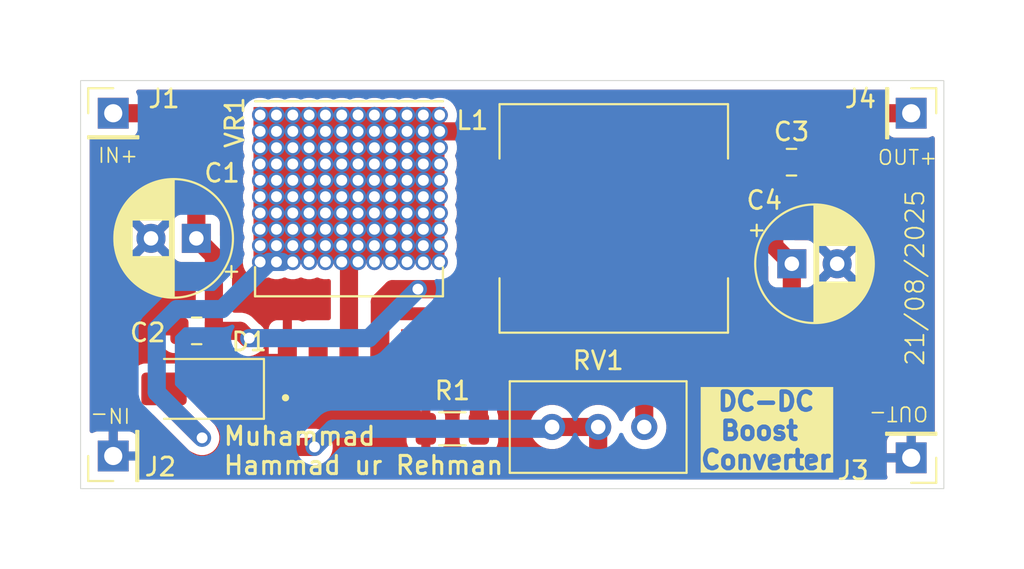
<source format=kicad_pcb>
(kicad_pcb (version 20241229) (generator "pcbnew") (generator_version "9.0")
  (layers (0 "F.Cu" signal) (2 "B.Cu" signal) (13 "F.Paste" user) (15 "B.Paste" user) (5 "F.SilkS" user "F.Silkscreen") (7 "B.SilkS" user "B.Silkscreen") (1 "F.Mask" user) (3 "B.Mask" user) (25 "Edge.Cuts" user))
  (net 0 "")
  (net 1 "GND")
  (net 2 "Net-(J1-Pin_1)")
  (net 3 "Net-(D1-K)")
  (net 4 "Net-(D1-A)")
  (net 5 "Net-(VR1-FB)")
  (footprint "Connector_PinHeader_2.54mm:PinHeader_1x01_P2.54mm_Vertical" (layer "F.Cu") (at 181.1 75.2 -90)
    (property "Reference" "J4" (at -0.8 2.8 0) (layer "F.SilkS"))
    (property "Value" "Conn_01x01_Pin")
    (fp_line (start -1.38 1.38) (end 1.38 1.38) (stroke (width 0.12)) (layer "F.SilkS"))
    (fp_line (start -1.38 1.27) (end -1.38 1.38) (stroke (width 0.12)) (layer "F.SilkS"))
    (fp_line (start -1.38 1.27) (end 1.38 1.27) (stroke (width 0.12)) (layer "F.SilkS"))
    (fp_line (start 1.38 1.27) (end 1.38 1.38) (stroke (width 0.12)) (layer "F.SilkS"))
    (fp_line (start -1.38 0) (end -1.38 -1.38) (stroke (width 0.12)) (layer "F.SilkS"))
    (fp_line (start -1.38 -1.38) (end 0 -1.38) (stroke (width 0.12)) (layer "F.SilkS"))
    (pad "1" thru_hole rect (at 0 0 270) (size 1.7 1.7) (drill 1) (layers "*.Cu" "*.Mask") (net 3 "Net-(D1-K)"))
  )
  (footprint "Inductor_SMD:L_12x12mm_H8mm" (layer "F.Cu") (at 164.7 81)
    (property "Reference" "L1" (at -7.8 -5.4 0) (layer "F.SilkS"))
    (property "Value" "33uH")
    (fp_line (start -6.3 -6.3) (end 6.3 -6.3) (stroke (width 0.12)) (layer "F.SilkS"))
    (fp_line (start -6.3 -3.3) (end -6.3 -6.3) (stroke (width 0.12)) (layer "F.SilkS"))
    (fp_line (start -6.3 6.3) (end -6.3 3.3) (stroke (width 0.12)) (layer "F.SilkS"))
    (fp_line (start 6.3 -6.3) (end 6.3 -3.3) (stroke (width 0.12)) (layer "F.SilkS"))
    (fp_line (start 6.3 3.3) (end 6.3 6.3) (stroke (width 0.12)) (layer "F.SilkS"))
    (fp_line (start 6.3 6.3) (end -6.3 6.3) (stroke (width 0.12)) (layer "F.SilkS"))
    (pad "1" smd rect (at -4.95 0) (size 2.9 5.4) (layers "F.Cu" "F.Mask" "F.Paste") (net 2 "Net-(J1-Pin_1)"))
    (pad "2" smd rect (at 4.95 0) (size 2.9 5.4) (layers "F.Cu" "F.Mask" "F.Paste") (net 4 "Net-(D1-A)"))
  )
  (footprint "XL6009:DPAK170P1435X465-6N" (layer "F.Cu") (at 150.1 82.5885 90)
    (property "Reference" "VR1" (at 6.8885 -6.3 90) (layer "F.SilkS"))
    (property "Value" "XL6009")
    (fp_line (start 8.05 -5.18) (end 8.05 5.18) (stroke (width 0.127)) (layer "F.SilkS"))
    (fp_line (start -1.1 -5.18) (end -2.705 -5.18) (stroke (width 0.127)) (layer "F.SilkS"))
    (fp_line (start -2.705 -5.18) (end -2.705 5.18) (stroke (width 0.127)) (layer "F.SilkS"))
    (fp_line (start -1.1 5.18) (end -2.705 5.18) (stroke (width 0.127)) (layer "F.SilkS"))
    (fp_circle (center -8.3 -3.5) (end -8.2 -3.5) (stroke (width 0.2)) (fill no) (layer "F.SilkS"))
    (pad "1" smd rect (at -6.13 -3.4 90) (size 3.21 1.05) (layers "F.Cu" "F.Mask" "F.Paste") (net 1 "GND"))
    (pad "2" smd rect (at -6.13 -1.7 90) (size 3.21 1.05) (layers "F.Cu" "F.Mask" "F.Paste"))
    (pad "3" smd rect (at -6.13 0 90) (size 3.21 1.05) (layers "F.Cu" "F.Mask" "F.Paste") (net 4 "Net-(D1-A)"))
    (pad "4" smd rect (at -6.13 1.7 90) (size 3.21 1.05) (layers "F.Cu" "F.Mask" "F.Paste") (net 2 "Net-(J1-Pin_1)"))
    (pad "5" smd rect (at -6.13 3.4 90) (size 3.21 1.05) (layers "F.Cu" "F.Mask" "F.Paste") (net 5 "Net-(VR1-FB)"))
    (pad "6" smd rect (at 3.5 0 90) (size 8.46 10.53) (layers "F.Cu" "F.Mask") (net 4 "Net-(D1-A)"))
  )
  (footprint "Resistor_SMD:R_1206_3216Metric" (layer "F.Cu") (at 155.8 92.6 180)
    (property "Reference" "R1" (at 0 2.1 0) (layer "F.SilkS"))
    (property "Value" "1k")
    (fp_line (start -0.727064 0.91) (end 0.727064 0.91) (stroke (width 0.12)) (layer "F.SilkS"))
    (fp_line (start -0.727064 -0.91) (end 0.727064 -0.91) (stroke (width 0.12)) (layer "F.SilkS"))
    (pad "1" smd roundrect (at -1.4625 0 180) (size 1.125 1.75) (layers "F.Cu" "F.Mask" "F.Paste") (roundrect_rratio 0.222222) (net 5 "Net-(VR1-FB)"))
    (pad "2" smd roundrect (at 1.4625 0 180) (size 1.125 1.75) (layers "F.Cu" "F.Mask" "F.Paste") (roundrect_rratio 0.222222) (net 1 "GND"))
  )
  (footprint "Connector_PinHeader_2.54mm:PinHeader_1x01_P2.54mm_Vertical" (layer "F.Cu") (at 137.1 94.1 90)
    (property "Reference" "J2" (at -0.6 2.6 180) (layer "F.SilkS"))
    (property "Value" "Conn_01x01_Pin")
    (fp_line (start -1.38 -1.38) (end 0 -1.38) (stroke (width 0.12)) (layer "F.SilkS"))
    (fp_line (start -1.38 0) (end -1.38 -1.38) (stroke (width 0.12)) (layer "F.SilkS"))
    (fp_line (start 1.38 1.27) (end 1.38 1.38) (stroke (width 0.12)) (layer "F.SilkS"))
    (fp_line (start -1.38 1.27) (end 1.38 1.27) (stroke (width 0.12)) (layer "F.SilkS"))
    (fp_line (start -1.38 1.27) (end -1.38 1.38) (stroke (width 0.12)) (layer "F.SilkS"))
    (fp_line (start -1.38 1.38) (end 1.38 1.38) (stroke (width 0.12)) (layer "F.SilkS"))
    (pad "1" thru_hole rect (at 0 0 90) (size 1.7 1.7) (drill 1) (layers "*.Cu" "*.Mask") (net 1 "GND"))
  )
  (footprint "Potentiometer_THT:Potentiometer_Bourns_3296W_Vertical" (layer "F.Cu") (at 166.38 92.5)
    (property "Reference" "RV1" (at -2.54 -3.66 0) (layer "F.SilkS"))
    (property "Value" "50k")
    (fp_line (start -7.415 -2.52) (end -7.415 2.53) (stroke (width 0.12)) (layer "F.SilkS"))
    (fp_line (start -7.415 -2.52) (end 2.335 -2.52) (stroke (width 0.12)) (layer "F.SilkS"))
    (fp_line (start -7.415 2.53) (end 2.335 2.53) (stroke (width 0.12)) (layer "F.SilkS"))
    (fp_line (start 2.335 -2.52) (end 2.335 2.53) (stroke (width 0.12)) (layer "F.SilkS"))
    (pad "1" thru_hole circle (at 0 0) (size 1.44 1.44) (drill 0.8) (layers "*.Cu" "*.Mask") (net 5 "Net-(VR1-FB)"))
    (pad "2" thru_hole circle (at -2.54 0) (size 1.44 1.44) (drill 0.8) (layers "*.Cu" "*.Mask") (net 3 "Net-(D1-K)"))
    (pad "3" thru_hole circle (at -5.08 0) (size 1.44 1.44) (drill 0.8) (layers "*.Cu" "*.Mask") (net 3 "Net-(D1-K)"))
  )
  (footprint "Capacitor_SMD:C_0805_2012Metric" (layer "F.Cu") (at 174.5 77.9)
    (property "Reference" "C3" (at 0 -1.68 0) (layer "F.SilkS"))
    (property "Value" "1uf")
    (fp_line (start -0.261252 -0.735) (end 0.261252 -0.735) (stroke (width 0.12)) (layer "F.SilkS"))
    (fp_line (start -0.261252 0.735) (end 0.261252 0.735) (stroke (width 0.12)) (layer "F.SilkS"))
    (pad "1" smd roundrect (at -0.95 0) (size 1 1.45) (layers "F.Cu" "F.Mask" "F.Paste") (net 3 "Net-(D1-K)"))
    (pad "2" smd roundrect (at 0.95 0) (size 1 1.45) (layers "F.Cu" "F.Mask" "F.Paste") (net 1 "GND"))
  )
  (footprint "Capacitor_SMD:C_0805_2012Metric" (layer "F.Cu") (at 141.7 87.2 180)
    (property "Reference" "C2" (at 2.7 -0.1 0) (layer "F.SilkS"))
    (property "Value" "1uf")
    (fp_line (start -0.261252 0.735) (end 0.261252 0.735) (stroke (width 0.12)) (layer "F.SilkS"))
    (fp_line (start -0.261252 -0.735) (end 0.261252 -0.735) (stroke (width 0.12)) (layer "F.SilkS"))
    (pad "1" smd roundrect (at -0.95 0 180) (size 1 1.45) (layers "F.Cu" "F.Mask" "F.Paste") (net 2 "Net-(J1-Pin_1)"))
    (pad "2" smd roundrect (at 0.95 0 180) (size 1 1.45) (layers "F.Cu" "F.Mask" "F.Paste") (net 1 "GND"))
  )
  (footprint "Diode_SMD:D_SMA" (layer "F.Cu") (at 141.9 90.4 180)
    (property "Reference" "D1" (at -2.7 2.6 0) (layer "F.SilkS"))
    (property "Value" "SS34")
    (fp_line (start -3.51 1.65) (end 2 1.65) (stroke (width 0.12)) (layer "F.SilkS"))
    (fp_line (start -3.51 -1.65) (end 2 -1.65) (stroke (width 0.12)) (layer "F.SilkS"))
    (fp_line (start -3.51 -1.65) (end -3.51 1.65) (stroke (width 0.12)) (layer "F.SilkS"))
    (pad "1" smd roundrect (at -2 0 180) (size 2.5 1.8) (layers "F.Cu" "F.Mask" "F.Paste") (roundrect_rratio 0.1388888889) (net 3 "Net-(D1-K)"))
    (pad "2" smd roundrect (at 2 0 180) (size 2.5 1.8) (layers "F.Cu" "F.Mask" "F.Paste") (roundrect_rratio 0.1388888889) (net 4 "Net-(D1-A)"))
  )
  (footprint "Capacitor_THT:CP_Radial_D6.3mm_P2.50mm" (layer "F.Cu") (at 141.68238 82.1 180)
    (property "Reference" "C1" (at -1.41762 3.6 0) (layer "F.SilkS"))
    (property "Value" "47uf/50V")
    (fp_line (start 4.49 -0.402) (end 4.49 0.402) (stroke (width 0.12)) (layer "F.SilkS"))
    (fp_line (start 4.45 -0.633) (end 4.45 0.633) (stroke (width 0.12)) (layer "F.SilkS"))
    (fp_line (start 4.41 -0.801) (end 4.41 0.801) (stroke (width 0.12)) (layer "F.SilkS"))
    (fp_line (start 4.37 -0.939) (end 4.37 0.939) (stroke (width 0.12)) (layer "F.SilkS"))
    (fp_line (start 4.33 -1.058) (end 4.33 1.058) (stroke (width 0.12)) (layer "F.SilkS"))
    (fp_line (start 4.29 -1.165) (end 4.29 1.165) (stroke (width 0.12)) (layer "F.SilkS"))
    (fp_line (start 4.25 -1.261) (end 4.25 1.261) (stroke (width 0.12)) (layer "F.SilkS"))
    (fp_line (start 4.21 -1.35) (end 4.21 1.35) (stroke (width 0.12)) (layer "F.SilkS"))
    (fp_line (start 4.17 -1.432) (end 4.17 1.432) (stroke (width 0.12)) (layer "F.SilkS"))
    (fp_line (start 4.13 -1.509) (end 4.13 1.509) (stroke (width 0.12)) (layer "F.SilkS"))
    (fp_line (start 4.09 -1.581) (end 4.09 1.581) (stroke (width 0.12)) (layer "F.SilkS"))
    (fp_line (start 4.05 -1.649) (end 4.05 1.649) (stroke (width 0.12)) (layer "F.SilkS"))
    (fp_line (start 4.01 -1.714) (end 4.01 1.714) (stroke (width 0.12)) (layer "F.SilkS"))
    (fp_line (start 3.97 -1.775) (end 3.97 1.775) (stroke (width 0.12)) (layer "F.SilkS"))
    (fp_line (start 3.93 -1.834) (end 3.93 1.834) (stroke (width 0.12)) (layer "F.SilkS"))
    (fp_line (start 3.89 -1.89) (end 3.89 1.89) (stroke (width 0.12)) (layer "F.SilkS"))
    (fp_line (start 3.85 -1.943) (end 3.85 1.943) (stroke (width 0.12)) (layer "F.SilkS"))
    (fp_line (start 3.81 -1.995) (end 3.81 1.995) (stroke (width 0.12)) (layer "F.SilkS"))
    (fp_line (start 3.77 -2.044) (end 3.77 2.044) (stroke (width 0.12)) (layer "F.SilkS"))
    (fp_line (start 3.73 -2.091) (end 3.73 2.091) (stroke (width 0.12)) (layer "F.SilkS"))
    (fp_line (start 3.69 -2.137) (end 3.69 2.137) (stroke (width 0.12)) (layer "F.SilkS"))
    (fp_line (start 3.65 -2.181) (end 3.65 2.181) (stroke (width 0.12)) (layer "F.SilkS"))
    (fp_line (start 3.61 -2.223) (end 3.61 2.223) (stroke (width 0.12)) (layer "F.SilkS"))
    (fp_line (start 3.57 -2.264) (end 3.57 2.264) (stroke (width 0.12)) (layer "F.SilkS"))
    (fp_line (start 3.53 1.04) (end 3.53 2.304) (stroke (width 0.12)) (layer "F.SilkS"))
    (fp_line (start 3.53 -2.304) (end 3.53 -1.04) (stroke (width 0.12)) (layer "F.SilkS"))
    (fp_line (start 3.49 1.04) (end 3.49 2.342) (stroke (width 0.12)) (layer "F.SilkS"))
    (fp_line (start 3.49 -2.342) (end 3.49 -1.04) (stroke (width 0.12)) (layer "F.SilkS"))
    (fp_line (start 3.45 1.04) (end 3.45 2.379) (stroke (width 0.12)) (layer "F.SilkS"))
    (fp_line (start 3.45 -2.379) (end 3.45 -1.04) (stroke (width 0.12)) (layer "F.SilkS"))
    (fp_line (start 3.41 1.04) (end 3.41 2.415) (stroke (width 0.12)) (layer "F.SilkS"))
    (fp_line (start 3.41 -2.415) (end 3.41 -1.04) (stroke (width 0.12)) (layer "F.SilkS"))
    (fp_line (start 3.37 1.04) (end 3.37 2.45) (stroke (width 0.12)) (layer "F.SilkS"))
    (fp_line (start 3.37 -2.45) (end 3.37 -1.04) (stroke (width 0.12)) (layer "F.SilkS"))
    (fp_line (start 3.33 1.04) (end 3.33 2.483) (stroke (width 0.12)) (layer "F.SilkS"))
    (fp_line (start 3.33 -2.483) (end 3.33 -1.04) (stroke (width 0.12)) (layer "F.SilkS"))
    (fp_line (start 3.29 1.04) (end 3.29 2.516) (stroke (width 0.12)) (layer "F.SilkS"))
    (fp_line (start 3.29 -2.516) (end 3.29 -1.04) (stroke (width 0.12)) (layer "F.SilkS"))
    (fp_line (start 3.25 1.04) (end 3.25 2.547) (stroke (width 0.12)) (layer "F.SilkS"))
    (fp_line (start 3.25 -2.547) (end 3.25 -1.04) (stroke (width 0.12)) (layer "F.SilkS"))
    (fp_line (start 3.21 1.04) (end 3.21 2.577) (stroke (width 0.12)) (layer "F.SilkS"))
    (fp_line (start 3.21 -2.577) (end 3.21 -1.04) (stroke (width 0.12)) (layer "F.SilkS"))
    (fp_line (start 3.17 1.04) (end 3.17 2.607) (stroke (width 0.12)) (layer "F.SilkS"))
    (fp_line (start 3.17 -2.607) (end 3.17 -1.04) (stroke (width 0.12)) (layer "F.SilkS"))
    (fp_line (start 3.13 1.04) (end 3.13 2.636) (stroke (width 0.12)) (layer "F.SilkS"))
    (fp_line (start 3.13 -2.636) (end 3.13 -1.04) (stroke (width 0.12)) (layer "F.SilkS"))
    (fp_line (start 3.09 1.04) (end 3.09 2.663) (stroke (width 0.12)) (layer "F.SilkS"))
    (fp_line (start 3.09 -2.663) (end 3.09 -1.04) (stroke (width 0.12)) (layer "F.SilkS"))
    (fp_line (start 3.05 1.04) (end 3.05 2.69) (stroke (width 0.12)) (layer "F.SilkS"))
    (fp_line (start 3.05 -2.69) (end 3.05 -1.04) (stroke (width 0.12)) (layer "F.SilkS"))
    (fp_line (start 3.01 1.04) (end 3.01 2.716) (stroke (width 0.12)) (layer "F.SilkS"))
    (fp_line (start 3.01 -2.716) (end 3.01 -1.04) (stroke (width 0.12)) (layer "F.SilkS"))
    (fp_line (start 2.97 1.04) (end 2.97 2.741) (stroke (width 0.12)) (layer "F.SilkS"))
    (fp_line (start 2.97 -2.741) (end 2.97 -1.04) (stroke (width 0.12)) (layer "F.SilkS"))
    (fp_line (start 2.93 1.04) (end 2.93 2.765) (stroke (width 0.12)) (layer "F.SilkS"))
    (fp_line (start 2.93 -2.765) (end 2.93 -1.04) (stroke (width 0.12)) (layer "F.SilkS"))
    (fp_line (start 2.89 1.04) (end 2.89 2.789) (stroke (width 0.12)) (layer "F.SilkS"))
    (fp_line (start 2.89 -2.789) (end 2.89 -1.04) (stroke (width 0.12)) (layer "F.SilkS"))
    (fp_line (start 2.85 1.04) (end 2.85 2.812) (stroke (width 0.12)) (layer "F.SilkS"))
    (fp_line (start 2.85 -2.812) (end 2.85 -1.04) (stroke (width 0.12)) (layer "F.SilkS"))
    (fp_line (start 2.81 1.04) (end 2.81 2.834) (stroke (width 0.12)) (layer "F.SilkS"))
    (fp_line (start 2.81 -2.834) (end 2.81 -1.04) (stroke (width 0.12)) (layer "F.SilkS"))
    (fp_line (start 2.77 1.04) (end 2.77 2.855) (stroke (width 0.12)) (layer "F.SilkS"))
    (fp_line (start 2.77 -2.855) (end 2.77 -1.04) (stroke (width 0.12)) (layer "F.SilkS"))
    (fp_line (start 2.73 1.04) (end 2.73 2.876) (stroke (width 0.12)) (layer "F.SilkS"))
    (fp_line (start 2.73 -2.876) (end 2.73 -1.04) (stroke (width 0.12)) (layer "F.SilkS"))
    (fp_line (start 2.69 1.04) (end 2.69 2.896) (stroke (width 0.12)) (layer "F.SilkS"))
    (fp_line (start 2.69 -2.896) (end 2.69 -1.04) (stroke (width 0.12)) (layer "F.SilkS"))
    (fp_line (start 2.65 1.04) (end 2.65 2.915) (stroke (width 0.12)) (layer "F.SilkS"))
    (fp_line (start 2.65 -2.915) (end 2.65 -1.04) (stroke (width 0.12)) (layer "F.SilkS"))
    (fp_line (start 2.61 1.04) (end 2.61 2.934) (stroke (width 0.12)) (layer "F.SilkS"))
    (fp_line (start 2.61 -2.934) (end 2.61 -1.04) (stroke (width 0.12)) (layer "F.SilkS"))
    (fp_line (start 2.57 1.04) (end 2.57 2.952) (stroke (width 0.12)) (layer "F.SilkS"))
    (fp_line (start 2.57 -2.952) (end 2.57 -1.04) (stroke (width 0.12)) (layer "F.SilkS"))
    (fp_line (start 2.53 1.04) (end 2.53 2.969) (stroke (width 0.12)) (layer "F.SilkS"))
    (fp_line (start 2.53 -2.969) (end 2.53 -1.04) (stroke (width 0.12)) (layer "F.SilkS"))
    (fp_line (start 2.49 1.04) (end 2.49 2.986) (stroke (width 0.12)) (layer "F.SilkS"))
    (fp_line (start 2.49 -2.986) (end 2.49 -1.04) (stroke (width 0.12)) (layer "F.SilkS"))
    (fp_line (start 2.45 1.04) (end 2.45 3.002) (stroke (width 0.12)) (layer "F.SilkS"))
    (fp_line (start 2.45 -3.002) (end 2.45 -1.04) (stroke (width 0.12)) (layer "F.SilkS"))
    (fp_line (start 2.41 1.04) (end 2.41 3.017) (stroke (width 0.12)) (layer "F.SilkS"))
    (fp_line (start 2.41 -3.017) (end 2.41 -1.04) (stroke (width 0.12)) (layer "F.SilkS"))
    (fp_line (start 2.37 1.04) (end 2.37 3.032) (stroke (width 0.12)) (layer "F.SilkS"))
    (fp_line (start 2.37 -3.032) (end 2.37 -1.04) (stroke (width 0.12)) (layer "F.SilkS"))
    (fp_line (start 2.33 1.04) (end 2.33 3.047) (stroke (width 0.12)) (layer "F.SilkS"))
    (fp_line (start 2.33 -3.047) (end 2.33 -1.04) (stroke (width 0.12)) (layer "F.SilkS"))
    (fp_line (start 2.29 1.04) (end 2.29 3.06) (stroke (width 0.12)) (layer "F.SilkS"))
    (fp_line (start 2.29 -3.06) (end 2.29 -1.04) (stroke (width 0.12)) (layer "F.SilkS"))
    (fp_line (start 2.25 1.04) (end 2.25 3.073) (stroke (width 0.12)) (layer "F.SilkS"))
    (fp_line (start 2.25 -3.073) (end 2.25 -1.04) (stroke (width 0.12)) (layer "F.SilkS"))
    (fp_line (start 2.21 1.04) (end 2.21 3.086) (stroke (width 0.12)) (layer "F.SilkS"))
    (fp_line (start 2.21 -3.086) (end 2.21 -1.04) (stroke (width 0.12)) (layer "F.SilkS"))
    (fp_line (start 2.17 1.04) (end 2.17 3.098) (stroke (width 0.12)) (layer "F.SilkS"))
    (fp_line (start 2.17 -3.098) (end 2.17 -1.04) (stroke (width 0.12)) (layer "F.SilkS"))
    (fp_line (start 2.13 1.04) (end 2.13 3.109) (stroke (width 0.12)) (layer "F.SilkS"))
    (fp_line (start 2.13 -3.109) (end 2.13 -1.04) (stroke (width 0.12)) (layer "F.SilkS"))
    (fp_line (start 2.09 1.04) (end 2.09 3.12) (stroke (width 0.12)) (layer "F.SilkS"))
    (fp_line (start 2.09 -3.12) (end 2.09 -1.04) (stroke (width 0.12)) (layer "F.SilkS"))
    (fp_line (start 2.05 1.04) (end 2.05 3.131) (stroke (width 0.12)) (layer "F.SilkS"))
    (fp_line (start 2.05 -3.131) (end 2.05 -1.04) (stroke (width 0.12)) (layer "F.SilkS"))
    (fp_line (start 2.01 1.04) (end 2.01 3.14) (stroke (width 0.12)) (layer "F.SilkS"))
    (fp_line (start 2.01 -3.14) (end 2.01 -1.04) (stroke (width 0.12)) (layer "F.SilkS"))
    (fp_line (start 1.97 1.04) (end 1.97 3.15) (stroke (width 0.12)) (layer "F.SilkS"))
    (fp_line (start 1.97 -3.15) (end 1.97 -1.04) (stroke (width 0.12)) (layer "F.SilkS"))
    (fp_line (start 1.93 1.04) (end 1.93 3.159) (stroke (width 0.12)) (layer "F.SilkS"))
    (fp_line (start 1.93 -3.159) (end 1.93 -1.04) (stroke (width 0.12)) (layer "F.SilkS"))
    (fp_line (start 1.89 1.04) (end 1.89 3.167) (stroke (width 0.12)) (layer "F.SilkS"))
    (fp_line (start 1.89 -3.167) (end 1.89 -1.04) (stroke (width 0.12)) (layer "F.SilkS"))
    (fp_line (start 1.85 1.04) (end 1.85 3.174) (stroke (width 0.12)) (layer "F.SilkS"))
    (fp_line (start 1.85 -3.174) (end 1.85 -1.04) (stroke (width 0.12)) (layer "F.SilkS"))
    (fp_line (start 1.81 1.04) (end 1.81 3.182) (stroke (width 0.12)) (layer "F.SilkS"))
    (fp_line (start 1.81 -3.182) (end 1.81 -1.04) (stroke (width 0.12)) (layer "F.SilkS"))
    (fp_line (start 1.77 1.04) (end 1.77 3.188) (stroke (width 0.12)) (layer "F.SilkS"))
    (fp_line (start 1.77 -3.188) (end 1.77 -1.04) (stroke (width 0.12)) (layer "F.SilkS"))
    (fp_line (start 1.73 1.04) (end 1.73 3.195) (stroke (width 0.12)) (layer "F.SilkS"))
    (fp_line (start 1.73 -3.195) (end 1.73 -1.04) (stroke (width 0.12)) (layer "F.SilkS"))
    (fp_line (start 1.69 1.04) (end 1.69 3.2) (stroke (width 0.12)) (layer "F.SilkS"))
    (fp_line (start 1.69 -3.2) (end 1.69 -1.04) (stroke (width 0.12)) (layer "F.SilkS"))
    (fp_line (start 1.65 1.04) (end 1.65 3.205) (stroke (width 0.12)) (layer "F.SilkS"))
    (fp_line (start 1.65 -3.205) (end 1.65 -1.04) (stroke (width 0.12)) (layer "F.SilkS"))
    (fp_line (start 1.61 1.04) (end 1.61 3.21) (stroke (width 0.12)) (layer "F.SilkS"))
    (fp_line (start 1.61 -3.21) (end 1.61 -1.04) (stroke (width 0.12)) (layer "F.SilkS"))
    (fp_line (start 1.57 1.04) (end 1.57 3.214) (stroke (width 0.12)) (layer "F.SilkS"))
    (fp_line (start 1.57 -3.214) (end 1.57 -1.04) (stroke (width 0.12)) (layer "F.SilkS"))
    (fp_line (start 1.53 1.04) (end 1.53 3.218) (stroke (width 0.12)) (layer "F.SilkS"))
    (fp_line (start 1.53 -3.218) (end 1.53 -1.04) (stroke (width 0.12)) (layer "F.SilkS"))
    (fp_line (start 1.49 1.04) (end 1.49 3.221) (stroke (width 0.12)) (layer "F.SilkS"))
    (fp_line (start 1.49 -3.221) (end 1.49 -1.04) (stroke (width 0.12)) (layer "F.SilkS"))
    (fp_line (start 1.45 -3.224) (end 1.45 3.224) (stroke (width 0.12)) (layer "F.SilkS"))
    (fp_line (start 1.41 -3.226) (end 1.41 3.226) (stroke (width 0.12)) (layer "F.SilkS"))
    (fp_line (start 1.37 -3.228) (end 1.37 3.228) (stroke (width 0.12)) (layer "F.SilkS"))
    (fp_line (start 1.33 -3.229) (end 1.33 3.229) (stroke (width 0.12)) (layer "F.SilkS"))
    (fp_line (start 1.29 -3.23) (end 1.29 3.23) (stroke (width 0.12)) (layer "F.SilkS"))
    (fp_line (start 1.25 -3.23) (end 1.25 3.23) (stroke (width 0.12)) (layer "F.SilkS"))
    (fp_line (start -1.935241 -2.154) (end -1.935241 -1.524) (stroke (width 0.12)) (layer "F.SilkS"))
    (fp_line (start -2.250241 -1.839) (end -1.620241 -1.839) (stroke (width 0.12)) (layer "F.SilkS"))
    (fp_circle (center 1.25 0) (end 4.52 0) (stroke (width 0.12)) (fill no) (layer "F.SilkS"))
    (pad "1" thru_hole rect (at 0 0 180) (size 1.6 1.6) (drill 0.8) (layers "*.Cu" "*.Mask") (net 2 "Net-(J1-Pin_1)"))
    (pad "2" thru_hole circle (at 2.5 0 180) (size 1.6 1.6) (drill 0.8) (layers "*.Cu" "*.Mask") (net 1 "GND"))
  )
  (footprint "Capacitor_THT:CP_Radial_D6.3mm_P2.50mm" (layer "F.Cu") (at 174.517621 83.5)
    (property "Reference" "C4" (at -1.517621 -3.5 0) (layer "F.SilkS"))
    (property "Value" "220uf/50V")
    (fp_line (start -2.250241 -1.839) (end -1.620241 -1.839) (stroke (width 0.12)) (layer "F.SilkS"))
    (fp_line (start -1.935241 -2.154) (end -1.935241 -1.524) (stroke (width 0.12)) (layer "F.SilkS"))
    (fp_line (start 1.25 -3.23) (end 1.25 3.23) (stroke (width 0.12)) (layer "F.SilkS"))
    (fp_line (start 1.29 -3.23) (end 1.29 3.23) (stroke (width 0.12)) (layer "F.SilkS"))
    (fp_line (start 1.33 -3.229) (end 1.33 3.229) (stroke (width 0.12)) (layer "F.SilkS"))
    (fp_line (start 1.37 -3.228) (end 1.37 3.228) (stroke (width 0.12)) (layer "F.SilkS"))
    (fp_line (start 1.41 -3.226) (end 1.41 3.226) (stroke (width 0.12)) (layer "F.SilkS"))
    (fp_line (start 1.45 -3.224) (end 1.45 3.224) (stroke (width 0.12)) (layer "F.SilkS"))
    (fp_line (start 1.49 -3.221) (end 1.49 -1.04) (stroke (width 0.12)) (layer "F.SilkS"))
    (fp_line (start 1.49 1.04) (end 1.49 3.221) (stroke (width 0.12)) (layer "F.SilkS"))
    (fp_line (start 1.53 -3.218) (end 1.53 -1.04) (stroke (width 0.12)) (layer "F.SilkS"))
    (fp_line (start 1.53 1.04) (end 1.53 3.218) (stroke (width 0.12)) (layer "F.SilkS"))
    (fp_line (start 1.57 -3.214) (end 1.57 -1.04) (stroke (width 0.12)) (layer "F.SilkS"))
    (fp_line (start 1.57 1.04) (end 1.57 3.214) (stroke (width 0.12)) (layer "F.SilkS"))
    (fp_line (start 1.61 -3.21) (end 1.61 -1.04) (stroke (width 0.12)) (layer "F.SilkS"))
    (fp_line (start 1.61 1.04) (end 1.61 3.21) (stroke (width 0.12)) (layer "F.SilkS"))
    (fp_line (start 1.65 -3.205) (end 1.65 -1.04) (stroke (width 0.12)) (layer "F.SilkS"))
    (fp_line (start 1.65 1.04) (end 1.65 3.205) (stroke (width 0.12)) (layer "F.SilkS"))
    (fp_line (start 1.69 -3.2) (end 1.69 -1.04) (stroke (width 0.12)) (layer "F.SilkS"))
    (fp_line (start 1.69 1.04) (end 1.69 3.2) (stroke (width 0.12)) (layer "F.SilkS"))
    (fp_line (start 1.73 -3.195) (end 1.73 -1.04) (stroke (width 0.12)) (layer "F.SilkS"))
    (fp_line (start 1.73 1.04) (end 1.73 3.195) (stroke (width 0.12)) (layer "F.SilkS"))
    (fp_line (start 1.77 -3.188) (end 1.77 -1.04) (stroke (width 0.12)) (layer "F.SilkS"))
    (fp_line (start 1.77 1.04) (end 1.77 3.188) (stroke (width 0.12)) (layer "F.SilkS"))
    (fp_line (start 1.81 -3.182) (end 1.81 -1.04) (stroke (width 0.12)) (layer "F.SilkS"))
    (fp_line (start 1.81 1.04) (end 1.81 3.182) (stroke (width 0.12)) (layer "F.SilkS"))
    (fp_line (start 1.85 -3.174) (end 1.85 -1.04) (stroke (width 0.12)) (layer "F.SilkS"))
    (fp_line (start 1.85 1.04) (end 1.85 3.174) (stroke (width 0.12)) (layer "F.SilkS"))
    (fp_line (start 1.89 -3.167) (end 1.89 -1.04) (stroke (width 0.12)) (layer "F.SilkS"))
    (fp_line (start 1.89 1.04) (end 1.89 3.167) (stroke (width 0.12)) (layer "F.SilkS"))
    (fp_line (start 1.93 -3.159) (end 1.93 -1.04) (stroke (width 0.12)) (layer "F.SilkS"))
    (fp_line (start 1.93 1.04) (end 1.93 3.159) (stroke (width 0.12)) (layer "F.SilkS"))
    (fp_line (start 1.97 -3.15) (end 1.97 -1.04) (stroke (width 0.12)) (layer "F.SilkS"))
    (fp_line (start 1.97 1.04) (end 1.97 3.15) (stroke (width 0.12)) (layer "F.SilkS"))
    (fp_line (start 2.01 -3.14) (end 2.01 -1.04) (stroke (width 0.12)) (layer "F.SilkS"))
    (fp_line (start 2.01 1.04) (end 2.01 3.14) (stroke (width 0.12)) (layer "F.SilkS"))
    (fp_line (start 2.05 -3.131) (end 2.05 -1.04) (stroke (width 0.12)) (layer "F.SilkS"))
    (fp_line (start 2.05 1.04) (end 2.05 3.131) (stroke (width 0.12)) (layer "F.SilkS"))
    (fp_line (start 2.09 -3.12) (end 2.09 -1.04) (stroke (width 0.12)) (layer "F.SilkS"))
    (fp_line (start 2.09 1.04) (end 2.09 3.12) (stroke (width 0.12)) (layer "F.SilkS"))
    (fp_line (start 2.13 -3.109) (end 2.13 -1.04) (stroke (width 0.12)) (layer "F.SilkS"))
    (fp_line (start 2.13 1.04) (end 2.13 3.109) (stroke (width 0.12)) (layer "F.SilkS"))
    (fp_line (start 2.17 -3.098) (end 2.17 -1.04) (stroke (width 0.12)) (layer "F.SilkS"))
    (fp_line (start 2.17 1.04) (end 2.17 3.098) (stroke (width 0.12)) (layer "F.SilkS"))
    (fp_line (start 2.21 -3.086) (end 2.21 -1.04) (stroke (width 0.12)) (layer "F.SilkS"))
    (fp_line (start 2.21 1.04) (end 2.21 3.086) (stroke (width 0.12)) (layer "F.SilkS"))
    (fp_line (start 2.25 -3.073) (end 2.25 -1.04) (stroke (width 0.12)) (layer "F.SilkS"))
    (fp_line (start 2.25 1.04) (end 2.25 3.073) (stroke (width 0.12)) (layer "F.SilkS"))
    (fp_line (start 2.29 -3.06) (end 2.29 -1.04) (stroke (width 0.12)) (layer "F.SilkS"))
    (fp_line (start 2.29 1.04) (end 2.29 3.06) (stroke (width 0.12)) (layer "F.SilkS"))
    (fp_line (start 2.33 -3.047) (end 2.33 -1.04) (stroke (width 0.12)) (layer "F.SilkS"))
    (fp_line (start 2.33 1.04) (end 2.33 3.047) (stroke (width 0.12)) (layer "F.SilkS"))
    (fp_line (start 2.37 -3.032) (end 2.37 -1.04) (stroke (width 0.12)) (layer "F.SilkS"))
    (fp_line (start 2.37 1.04) (end 2.37 3.032) (stroke (width 0.12)) (layer "F.SilkS"))
    (fp_line (start 2.41 -3.017) (end 2.41 -1.04) (stroke (width 0.12)) (layer "F.SilkS"))
    (fp_line (start 2.41 1.04) (end 2.41 3.017) (stroke (width 0.12)) (layer "F.SilkS"))
    (fp_line (start 2.45 -3.002) (end 2.45 -1.04) (stroke (width 0.12)) (layer "F.SilkS"))
    (fp_line (start 2.45 1.04) (end 2.45 3.002) (stroke (width 0.12)) (layer "F.SilkS"))
    (fp_line (start 2.49 -2.986) (end 2.49 -1.04) (stroke (width 0.12)) (layer "F.SilkS"))
    (fp_line (start 2.49 1.04) (end 2.49 2.986) (stroke (width 0.12)) (layer "F.SilkS"))
    (fp_line (start 2.53 -2.969) (end 2.53 -1.04) (stroke (width 0.12)) (layer "F.SilkS"))
    (fp_line (start 2.53 1.04) (end 2.53 2.969) (stroke (width 0.12)) (layer "F.SilkS"))
    (fp_line (start 2.57 -2.952) (end 2.57 -1.04) (stroke (width 0.12)) (layer "F.SilkS"))
    (fp_line (start 2.57 1.04) (end 2.57 2.952) (stroke (width 0.12)) (layer "F.SilkS"))
    (fp_line (start 2.61 -2.934) (end 2.61 -1.04) (stroke (width 0.12)) (layer "F.SilkS"))
    (fp_line (start 2.61 1.04) (end 2.61 2.934) (stroke (width 0.12)) (layer "F.SilkS"))
    (fp_line (start 2.65 -2.915) (end 2.65 -1.04) (stroke (width 0.12)) (layer "F.SilkS"))
    (fp_line (start 2.65 1.04) (end 2.65 2.915) (stroke (width 0.12)) (layer "F.SilkS"))
    (fp_line (start 2.69 -2.896) (end 2.69 -1.04) (stroke (width 0.12)) (layer "F.SilkS"))
    (fp_line (start 2.69 1.04) (end 2.69 2.896) (stroke (width 0.12)) (layer "F.SilkS"))
    (fp_line (start 2.73 -2.876) (end 2.73 -1.04) (stroke (width 0.12)) (layer "F.SilkS"))
    (fp_line (start 2.73 1.04) (end 2.73 2.876) (stroke (width 0.12)) (layer "F.SilkS"))
    (fp_line (start 2.77 -2.855) (end 2.77 -1.04) (stroke (width 0.12)) (layer "F.SilkS"))
    (fp_line (start 2.77 1.04) (end 2.77 2.855) (stroke (width 0.12)) (layer "F.SilkS"))
    (fp_line (start 2.81 -2.834) (end 2.81 -1.04) (stroke (width 0.12)) (layer "F.SilkS"))
    (fp_line (start 2.81 1.04) (end 2.81 2.834) (stroke (width 0.12)) (layer "F.SilkS"))
    (fp_line (start 2.85 -2.812) (end 2.85 -1.04) (stroke (width 0.12)) (layer "F.SilkS"))
    (fp_line (start 2.85 1.04) (end 2.85 2.812) (stroke (width 0.12)) (layer "F.SilkS"))
    (fp_line (start 2.89 -2.789) (end 2.89 -1.04) (stroke (width 0.12)) (layer "F.SilkS"))
    (fp_line (start 2.89 1.04) (end 2.89 2.789) (stroke (width 0.12)) (layer "F.SilkS"))
    (fp_line (start 2.93 -2.765) (end 2.93 -1.04) (stroke (width 0.12)) (layer "F.SilkS"))
    (fp_line (start 2.93 1.04) (end 2.93 2.765) (stroke (width 0.12)) (layer "F.SilkS"))
    (fp_line (start 2.97 -2.741) (end 2.97 -1.04) (stroke (width 0.12)) (layer "F.SilkS"))
    (fp_line (start 2.97 1.04) (end 2.97 2.741) (stroke (width 0.12)) (layer "F.SilkS"))
    (fp_line (start 3.01 -2.716) (end 3.01 -1.04) (stroke (width 0.12)) (layer "F.SilkS"))
    (fp_line (start 3.01 1.04) (end 3.01 2.716) (stroke (width 0.12)) (layer "F.SilkS"))
    (fp_line (start 3.05 -2.69) (end 3.05 -1.04) (stroke (width 0.12)) (layer "F.SilkS"))
    (fp_line (start 3.05 1.04) (end 3.05 2.69) (stroke (width 0.12)) (layer "F.SilkS"))
    (fp_line (start 3.09 -2.663) (end 3.09 -1.04) (stroke (width 0.12)) (layer "F.SilkS"))
    (fp_line (start 3.09 1.04) (end 3.09 2.663) (stroke (width 0.12)) (layer "F.SilkS"))
    (fp_line (start 3.13 -2.636) (end 3.13 -1.04) (stroke (width 0.12)) (layer "F.SilkS"))
    (fp_line (start 3.13 1.04) (end 3.13 2.636) (stroke (width 0.12)) (layer "F.SilkS"))
    (fp_line (start 3.17 -2.607) (end 3.17 -1.04) (stroke (width 0.12)) (layer "F.SilkS"))
    (fp_line (start 3.17 1.04) (end 3.17 2.607) (stroke (width 0.12)) (layer "F.SilkS"))
    (fp_line (start 3.21 -2.577) (end 3.21 -1.04) (stroke (width 0.12)) (layer "F.SilkS"))
    (fp_line (start 3.21 1.04) (end 3.21 2.577) (stroke (width 0.12)) (layer "F.SilkS"))
    (fp_line (start 3.25 -2.547) (end 3.25 -1.04) (stroke (width 0.12)) (layer "F.SilkS"))
    (fp_line (start 3.25 1.04) (end 3.25 2.547) (stroke (width 0.12)) (layer "F.SilkS"))
    (fp_line (start 3.29 -2.516) (end 3.29 -1.04) (stroke (width 0.12)) (layer "F.SilkS"))
    (fp_line (start 3.29 1.04) (end 3.29 2.516) (stroke (width 0.12)) (layer "F.SilkS"))
    (fp_line (start 3.33 -2.483) (end 3.33 -1.04) (stroke (width 0.12)) (layer "F.SilkS"))
    (fp_line (start 3.33 1.04) (end 3.33 2.483) (stroke (width 0.12)) (layer "F.SilkS"))
    (fp_line (start 3.37 -2.45) (end 3.37 -1.04) (stroke (width 0.12)) (layer "F.SilkS"))
    (fp_line (start 3.37 1.04) (end 3.37 2.45) (stroke (width 0.12)) (layer "F.SilkS"))
    (fp_line (start 3.41 -2.415) (end 3.41 -1.04) (stroke (width 0.12)) (layer "F.SilkS"))
    (fp_line (start 3.41 1.04) (end 3.41 2.415) (stroke (width 0.12)) (layer "F.SilkS"))
    (fp_line (start 3.45 -2.379) (end 3.45 -1.04) (stroke (width 0.12)) (layer "F.SilkS"))
    (fp_line (start 3.45 1.04) (end 3.45 2.379) (stroke (width 0.12)) (layer "F.SilkS"))
    (fp_line (start 3.49 -2.342) (end 3.49 -1.04) (stroke (width 0.12)) (layer "F.SilkS"))
    (fp_line (start 3.49 1.04) (end 3.49 2.342) (stroke (width 0.12)) (layer "F.SilkS"))
    (fp_line (start 3.53 -2.304) (end 3.53 -1.04) (stroke (width 0.12)) (layer "F.SilkS"))
    (fp_line (start 3.53 1.04) (end 3.53 2.304) (stroke (width 0.12)) (layer "F.SilkS"))
    (fp_line (start 3.57 -2.264) (end 3.57 2.264) (stroke (width 0.12)) (layer "F.SilkS"))
    (fp_line (start 3.61 -2.223) (end 3.61 2.223) (stroke (width 0.12)) (layer "F.SilkS"))
    (fp_line (start 3.65 -2.181) (end 3.65 2.181) (stroke (width 0.12)) (layer "F.SilkS"))
    (fp_line (start 3.69 -2.137) (end 3.69 2.137) (stroke (width 0.12)) (layer "F.SilkS"))
    (fp_line (start 3.73 -2.091) (end 3.73 2.091) (stroke (width 0.12)) (layer "F.SilkS"))
    (fp_line (start 3.77 -2.044) (end 3.77 2.044) (stroke (width 0.12)) (layer "F.SilkS"))
    (fp_line (start 3.81 -1.995) (end 3.81 1.995) (stroke (width 0.12)) (layer "F.SilkS"))
    (fp_line (start 3.85 -1.943) (end 3.85 1.943) (stroke (width 0.12)) (layer "F.SilkS"))
    (fp_line (start 3.89 -1.89) (end 3.89 1.89) (stroke (width 0.12)) (layer "F.SilkS"))
    (fp_line (start 3.93 -1.834) (end 3.93 1.834) (stroke (width 0.12)) (layer "F.SilkS"))
    (fp_line (start 3.97 -1.775) (end 3.97 1.775) (stroke (width 0.12)) (layer "F.SilkS"))
    (fp_line (start 4.01 -1.714) (end 4.01 1.714) (stroke (width 0.12)) (layer "F.SilkS"))
    (fp_line (start 4.05 -1.649) (end 4.05 1.649) (stroke (width 0.12)) (layer "F.SilkS"))
    (fp_line (start 4.09 -1.581) (end 4.09 1.581) (stroke (width 0.12)) (layer "F.SilkS"))
    (fp_line (start 4.13 -1.509) (end 4.13 1.509) (stroke (width 0.12)) (layer "F.SilkS"))
    (fp_line (start 4.17 -1.432) (end 4.17 1.432) (stroke (width 0.12)) (layer "F.SilkS"))
    (fp_line (start 4.21 -1.35) (end 4.21 1.35) (stroke (width 0.12)) (layer "F.SilkS"))
    (fp_line (start 4.25 -1.261) (end 4.25 1.261) (stroke (width 0.12)) (layer "F.SilkS"))
    (fp_line (start 4.29 -1.165) (end 4.29 1.165) (stroke (width 0.12)) (layer "F.SilkS"))
    (fp_line (start 4.33 -1.058) (end 4.33 1.058) (stroke (width 0.12)) (layer "F.SilkS"))
    (fp_line (start 4.37 -0.939) (end 4.37 0.939) (stroke (width 0.12)) (layer "F.SilkS"))
    (fp_line (start 4.41 -0.801) (end 4.41 0.801) (stroke (width 0.12)) (layer "F.SilkS"))
    (fp_line (start 4.45 -0.633) (end 4.45 0.633) (stroke (width 0.12)) (layer "F.SilkS"))
    (fp_line (start 4.49 -0.402) (end 4.49 0.402) (stroke (width 0.12)) (layer "F.SilkS"))
    (fp_circle (center 1.25 0) (end 4.52 0) (stroke (width 0.12)) (fill no) (layer "F.SilkS"))
    (pad "1" thru_hole rect (at 0 0) (size 1.6 1.6) (drill 0.8) (layers "*.Cu" "*.Mask") (net 3 "Net-(D1-K)"))
    (pad "2" thru_hole circle (at 2.5 0) (size 1.6 1.6) (drill 0.8) (layers "*.Cu" "*.Mask") (net 1 "GND"))
  )
  (footprint "Connector_PinHeader_2.54mm:PinHeader_1x01_P2.54mm_Vertical" (layer "F.Cu") (at 137.1 75.2)
    (property "Reference" "J1" (at 2.8 -0.8 0) (layer "F.SilkS"))
    (property "Value" "Conn_01x01_Pin")
    (fp_line (start -1.38 -1.38) (end 0 -1.38) (stroke (width 0.12)) (layer "F.SilkS"))
    (fp_line (start -1.38 0) (end -1.38 -1.38) (stroke (width 0.12)) (layer "F.SilkS"))
    (fp_line (start -1.38 1.27) (end -1.38 1.38) (stroke (width 0.12)) (layer "F.SilkS"))
    (fp_line (start -1.38 1.27) (end 1.38 1.27) (stroke (width 0.12)) (layer "F.SilkS"))
    (fp_line (start -1.38 1.38) (end 1.38 1.38) (stroke (width 0.12)) (layer "F.SilkS"))
    (fp_line (start 1.38 1.27) (end 1.38 1.38) (stroke (width 0.12)) (layer "F.SilkS"))
    (pad "1" thru_hole rect (at 0 0) (size 1.7 1.7) (drill 1) (layers "*.Cu" "*.Mask") (net 2 "Net-(J1-Pin_1)"))
  )
  (footprint "Connector_PinHeader_2.54mm:PinHeader_1x01_P2.54mm_Vertical" (layer "F.Cu") (at 181.1 94.2 180)
    (property "Reference" "J3" (at 3.2 -0.7 0) (layer "F.SilkS"))
    (property "Value" "Conn_01x01_Pin")
    (fp_line (start 1.38 1.27) (end 1.38 1.38) (stroke (width 0.12)) (layer "F.SilkS"))
    (fp_line (start -1.38 1.38) (end 1.38 1.38) (stroke (width 0.12)) (layer "F.SilkS"))
    (fp_line (start -1.38 1.27) (end 1.38 1.27) (stroke (width 0.12)) (layer "F.SilkS"))
    (fp_line (start -1.38 1.27) (end -1.38 1.38) (stroke (width 0.12)) (layer "F.SilkS"))
    (fp_line (start -1.38 0) (end -1.38 -1.38) (stroke (width 0.12)) (layer "F.SilkS"))
    (fp_line (start -1.38 -1.38) (end 0 -1.38) (stroke (width 0.12)) (layer "F.SilkS"))
    (pad "1" thru_hole rect (at 0 0 180) (size 1.7 1.7) (drill 1) (layers "*.Cu" "*.Mask") (net 1 "GND"))
  )
  (gr_rect (start 135.3 73.4) (end 182.9 95.9) (stroke (width 0.05)) (fill no) (layer "Edge.Cuts"))
  (gr_text "21/08/2025\n" (at 181.9 89.2 90) (layer "F.SilkS") (effects (font (size 1 1) (thickness 0.1)) (justify left bottom)))
  (gr_text "OUT-\n" (at 182.1 91.3 180) (layer "F.SilkS") (effects (font (size 0.8 0.8) (thickness 0.09)) (justify left bottom)))
  (gr_text "Muhammad\nHammad ur Rehman" (at 143.1 95.2 0) (layer "F.SilkS") (effects (font (size 1 1) (thickness 0.17) (bold yes)) (justify left bottom)))
  (gr_text "IN-\n\n" (at 138.1 90.1 180) (layer "F.SilkS") (effects (font (size 0.8 0.8) (thickness 0.09)) (justify left bottom)))
  (gr_text "OUT+\n\n" (at 179.2 79.4 0) (layer "F.SilkS") (effects (font (size 0.8 0.8) (thickness 0.09)) (justify left bottom)))
  (gr_text "IN+\n" (at 136.2 78 0) (layer "F.SilkS") (effects (font (size 0.8 0.8) (thickness 0.09)) (justify left bottom)))
  (gr_text "DC-DC\nBoost \nConverter" (at 173.1 94.9 0) (layer "F.SilkS" knockout) (effects (font (size 1 1) (thickness 0.25) (bold yes)) (justify bottom)))
  (segment (start 146.7 90.5505) (end 147.8495 91.7) (width 1) (layer "F.Cu") (net 1))
  (segment (start 147.8495 91.7) (end 153.4375 91.7) (width 1) (layer "F.Cu") (net 1))
  (segment (start 146.7 88.7185) (end 146.7 90.5505) (width 1) (layer "F.Cu") (net 1))
  (segment (start 153.4375 91.7) (end 154.3375 92.6) (width 1) (layer "F.Cu") (net 1))
  (segment (start 142.65 83.06762) (end 142.65 87.2) (width 1) (layer "F.Cu") (net 2))
  (segment (start 141.7 77.2) (end 141.68238 77.21762) (width 1) (layer "F.Cu") (net 2))
  (segment (start 159.75 81) (end 155.85 84.9) (width 1) (layer "F.Cu") (net 2))
  (segment (start 151.8 85.6) (end 151.8 88.7185) (width 1) (layer "F.Cu") (net 2))
  (segment (start 152.5 84.9) (end 151.8 85.6) (width 1) (layer "F.Cu") (net 2))
  (segment (start 144.1 87.2) (end 144.5 87.6) (width 1) (layer "F.Cu") (net 2))
  (segment (start 142.65 87.2) (end 144.1 87.2) (width 1) (layer "F.Cu") (net 2))
  (segment (start 139.7 75.2) (end 141.7 77.2) (width 1) (layer "F.Cu") (net 2))
  (segment (start 141.68238 77.21762) (end 141.68238 82.1) (width 1) (layer "F.Cu") (net 2))
  (segment (start 141.68238 82.1) (end 142.65 83.06762) (width 1) (layer "F.Cu") (net 2))
  (segment (start 153.9 84.9) (end 152.5 84.9) (width 1) (layer "F.Cu") (net 2))
  (segment (start 155.85 84.9) (end 153.9 84.9) (width 1) (layer "F.Cu") (net 2))
  (segment (start 137.1 75.2) (end 139.7 75.2) (width 1) (layer "F.Cu") (net 2))
  (via (at 153.9 84.9) (size 0.9) (drill 0.6) (layers "F.Cu" "B.Cu") (net 2))
  (via (at 144.6 87.6) (size 0.9) (drill 0.6) (layers "F.Cu" "B.Cu") (net 2))
  (segment (start 151.2 87.6) (end 153.9 84.9) (width 1) (layer "B.Cu") (net 2))
  (segment (start 144.6 87.6) (end 151.2 87.6) (width 1) (layer "B.Cu") (net 2))
  (segment (start 145.7 93.6) (end 148.2 93.6) (width 1) (layer "F.Cu") (net 3))
  (segment (start 164.1 94.4) (end 163.84 94.14) (width 1) (layer "F.Cu") (net 3))
  (segment (start 174.517621 83.5) (end 174.517621 87.482379) (width 1) (layer "F.Cu") (net 3))
  (segment (start 161.3 92.5) (end 163.84 92.5) (width 1) (layer "F.Cu") (net 3))
  (segment (start 143.9 91.8) (end 145.7 93.6) (width 1) (layer "F.Cu") (net 3))
  (segment (start 173.55 77.9) (end 173.55 82.532379) (width 1) (layer "F.Cu") (net 3))
  (segment (start 173.55 82.532379) (end 174.517621 83.5) (width 1) (layer "F.Cu") (net 3))
  (segment (start 175.3 75.2) (end 173.55 76.95) (width 1) (layer "F.Cu") (net 3))
  (segment (start 181.1 75.2) (end 175.3 75.2) (width 1) (layer "F.Cu") (net 3))
  (segment (start 173.55 76.95) (end 173.55 77.9) (width 1) (layer "F.Cu") (net 3))
  (segment (start 163.84 94.14) (end 163.84 92.5) (width 1) (layer "F.Cu") (net 3))
  (segment (start 167.6 94.4) (end 164.1 94.4) (width 1) (layer "F.Cu") (net 3))
  (segment (start 174.517621 87.482379) (end 167.6 94.4) (width 1) (layer "F.Cu") (net 3))
  (segment (start 143.9 90.4) (end 143.9 91.8) (width 1) (layer "F.Cu") (net 3))
  (via (at 161.3 92.6) (size 0.9) (drill 0.6) (layers "F.Cu" "B.Cu") (net 3))
  (via (at 148.2 93.6) (size 0.9) (drill 0.6) (layers "F.Cu" "B.Cu") (net 3))
  (segment (start 149.2 92.6) (end 148.2 93.6) (width 1) (layer "B.Cu") (net 3))
  (segment (start 161.3 92.6) (end 149.2 92.6) (width 1) (layer "B.Cu") (net 3))
  (segment (start 139.9 91) (end 141.9 93) (width 1) (layer "F.Cu") (net 4))
  (segment (start 164.85 76.2) (end 154.2 76.2) (width 1) (layer "F.Cu") (net 4))
  (segment (start 139.9 90.4) (end 139.9 91) (width 1) (layer "F.Cu") (net 4))
  (segment (start 150.1 88.7185) (end 150.1 79.0885) (width 1) (layer "F.Cu") (net 4))
  (segment (start 169.65 81) (end 164.85 76.2) (width 1) (layer "F.Cu") (net 4))
  (via (at 150.6 78.9) (size 0.9) (drill 0.6) (layers "F.Cu" "B.Cu") (net 4))
  (via (at 146.1 78) (size 0.9) (drill 0.6) (layers "F.Cu" "B.Cu") (net 4))
  (via (at 154.2 78.9) (size 0.9) (drill 0.6) (layers "F.Cu" "B.Cu") (net 4))
  (via (at 152.4 83.4) (size 0.9) (drill 0.6) (layers "F.Cu" "B.Cu") (net 4))
  (via (at 151.5 78.9) (size 0.9) (drill 0.6) (layers "F.Cu" "B.Cu") (net 4))
  (via (at 149.7 77.1) (size 0.9) (drill 0.6) (layers "F.Cu" "B.Cu") (net 4))
  (via (at 151.5 81.6) (size 0.9) (drill 0.6) (layers "F.Cu" "B.Cu") (net 4))
  (via (at 155.1 83.4) (size 0.9) (drill 0.6) (layers "F.Cu" "B.Cu") (net 4))
  (via (at 147 82.5) (size 0.9) (drill 0.6) (layers "F.Cu" "B.Cu") (net 4))
  (via (at 148.8 78.9) (size 0.9) (drill 0.6) (layers "F.Cu" "B.Cu") (net 4))
  (via (at 153.3 82.5) (size 0.9) (drill 0.6) (layers "F.Cu" "B.Cu") (net 4))
  (via (at 148.8 83.4) (size 0.9) (drill 0.6) (layers "F.Cu" "B.Cu") (net 4))
  (via (at 153.3 83.4) (size 0.9) (drill 0.6) (layers "F.Cu" "B.Cu") (net 4))
  (via (at 154.2 78) (size 0.9) (drill 0.6) (layers "F.Cu" "B.Cu") (net 4))
  (via (at 150.6 79.8) (size 0.9) (drill 0.6) (layers "F.Cu" "B.Cu") (net 4))
  (via (at 146.1 77.1) (size 0.9) (drill 0.6) (layers "F.Cu" "B.Cu") (net 4))
  (via (at 149.7 82.5) (size 0.9) (drill 0.6) (layers "F.Cu" "B.Cu") (net 4))
  (via (at 152.4 79.8) (size 0.9) (drill 0.6) (layers "F.Cu" "B.Cu") (net 4))
  (via (at 154.2 76.2) (size 0.9) (drill 0.6) (layers "F.Cu" "B.Cu") (net 4))
  (via (at 142 93.1) (size 0.9) (drill 0.6) (layers "F.Cu" "B.Cu") (net 4))
  (via (at 155.1 79.8) (size 0.9) (drill 0.6) (layers "F.Cu" "B.Cu") (net 4))
  (via (at 149.7 76.2) (size 0.9) (drill 0.6) (layers "F.Cu" "B.Cu") (net 4))
  (via (at 145.2 75.3) (size 0.9) (drill 0.6) (layers "F.Cu" "B.Cu") (net 4))
  (via (at 147 78) (size 0.9) (drill 0.6) (layers "F.Cu" "B.Cu") (net 4))
  (via (at 149.7 75.3) (size 0.9) (drill 0.6) (layers "F.Cu" "B.Cu") (net 4))
  (via (at 146.1 75.3) (size 0.9) (drill 0.6) (layers "F.Cu" "B.Cu") (net 4))
  (via (at 146.1 82.5) (size 0.9) (drill 0.6) (layers "F.Cu" "B.Cu") (net 4))
  (via (at 154.2 82.5) (size 0.9) (drill 0.6) (layers "F.Cu" "B.Cu") (net 4))
  (via (at 147 77.1) (size 0.9) (drill 0.6) (layers "F.Cu" "B.Cu") (net 4))
  (via (at 148.8 81.6) (size 0.9) (drill 0.6) (layers "F.Cu" "B.Cu") (net 4))
  (via (at 151.5 77.1) (size 0.9) (drill 0.6) (layers "F.Cu" "B.Cu") (net 4))
  (via (at 153.3 75.3) (size 0.9) (drill 0.6) (layers "F.Cu" "B.Cu") (net 4))
  (via (at 155.1 78.9) (size 0.9) (drill 0.6) (layers "F.Cu" "B.Cu") (net 4))
  (via (at 154.2 77.1) (size 0.9) (drill 0.6) (layers "F.Cu" "B.Cu") (net 4))
  (via (at 150.6 80.7) (size 0.9) (drill 0.6) (layers "F.Cu" "B.Cu") (net 4))
  (via (at 146.1 79.8) (size 0.9) (drill 0.6) (layers "F.Cu" "B.Cu") (net 4))
  (via (at 151.5 78) (size 0.9) (drill 0.6) (layers "F.Cu" "B.Cu") (net 4))
  (via (at 153.3 76.2) (size 0.9) (drill 0.6) (layers "F.Cu" "B.Cu") (net 4))
  (via (at 153.3 78.9) (size 0.9) (drill 0.6) (layers "F.Cu" "B.Cu") (net 4))
  (via (at 155.1 80.7) (size 0.9) (drill 0.6) (layers "F.Cu" "B.Cu") (net 4))
  (via (at 148.8 82.5) (size 0.9) (drill 0.6) (layers "F.Cu" "B.Cu") (net 4))
  (via (at 145.2 77.1) (size 0.9) (drill 0.6) (layers "F.Cu" "B.Cu") (net 4))
  (via (at 145.2 81.6) (size 0.9) (drill 0.6) (layers "F.Cu" "B.Cu") (net 4))
  (via (at 145.2 80.7) (size 0.9) (drill 0.6) (layers "F.Cu" "B.Cu") (net 4))
  (via (at 150.6 77.1) (size 0.9) (drill 0.6) (layers "F.Cu" "B.Cu") (net 4))
  (via (at 150.6 75.3) (size 0.9) (drill 0.6) (layers "F.Cu" "B.Cu") (net 4))
  (via (at 147 76.2) (size 0.9) (drill 0.6) (layers "F.Cu" "B.Cu") (net 4))
  (via (at 154.2 83.4) (size 0.9) (drill 0.6) (layers "F.Cu" "B.Cu") (net 4))
  (via (at 147 83.4) (size 0.9) (drill 0.6) (layers "F.Cu" "B.Cu") (net 4))
  (via (at 151.5 80.7) (size 0.9) (drill 0.6) (layers "F.Cu" "B.Cu") (net 4))
  (via (at 147 81.6) (size 0.9) (drill 0.6) (layers "F.Cu" "B.Cu") (net 4))
  (via (at 145.2 78) (size 0.9) (drill 0.6) (layers "F.Cu" "B.Cu") (net 4))
  (via (at 154.2 81.6) (size 0.9) (drill 0.6) (layers "F.Cu" "B.Cu") (net 4))
  (via (at 147.9 83.4) (size 0.9) (drill 0.6) (layers "F.Cu" "B.Cu") (net 4))
  (via (at 155.1 75.3) (size 0.9) (drill 0.6) (layers "F.Cu" "B.Cu") (net 4))
  (via (at 154.2 80.7) (size 0.9) (drill 0.6) (layers "F.Cu" "B.Cu") (net 4))
  (via (at 149.7 78) (size 0.9) (drill 0.6) (layers "F.Cu" "B.Cu") (net 4))
  (via (at 149.7 83.4) (size 0.9) (drill 0.6) (layers "F.Cu" "B.Cu") (net 4))
  (via (at 147 79.8) (size 0.9) (drill 0.6) (layers "F.Cu" "B.Cu") (net 4))
  (via (at 153.3 77.1) (size 0.9) (drill 0.6) (layers "F.Cu" "B.Cu") (net 4))
  (via (at 147 80.7) (size 0.9) (drill 0.6) (layers "F.Cu" "B.Cu") (net 4))
  (via (at 150.6 78) (size 0.9) (drill 0.6) (layers "F.Cu" "B.Cu") (net 4))
  (via (at 153.3 81.6) (size 0.9) (drill 0.6) (layers "F.Cu" "B.Cu") (net 4))
  (via (at 152.4 82.5) (size 0.9) (drill 0.6) (layers "F.Cu" "B.Cu") (net 4))
  (via (at 153.3 79.8) (size 0.9) (drill 0.6) (layers "F.Cu" "B.Cu") (net 4))
  (via (at 150.6 81.6) (size 0.9) (drill 0.6) (layers "F.Cu" "B.Cu") (net 4))
  (via (at 147.9 78) (size 0.9) (drill 0.6) (layers "F.Cu" "B.Cu") (net 4))
  (via (at 147.9 80.7) (size 0.9) (drill 0.6) (layers "F.Cu" "B.Cu") (net 4))
  (via (at 153.3 78) (size 0.9) (drill 0.6) (layers "F.Cu" "B.Cu") (net 4))
  (via (at 147.9 77.1) (size 0.9) (drill 0.6) (layers "F.Cu" "B.Cu") (net 4))
  (via (at 155.1 82.5) (size 0.9) (drill 0.6) (layers "F.Cu" "B.Cu") (net 4))
  (via (at 155.1 76.2) (size 0.9) (drill 0.6) (layers "F.Cu" "B.Cu") (net 4))
  (via (at 151.5 75.3) (size 0.9) (drill 0.6) (layers "F.Cu" "B.Cu") (net 4))
  (via (at 146.1 78.9) (size 0.9) (drill 0.6) (layers "F.Cu" "B.Cu") (net 4))
  (via (at 150.6 82.5) (size 0.9) (drill 0.6) (layers "F.Cu" "B.Cu") (net 4))
  (via (at 146.1 76.2) (size 0.9) (drill 0.6) (layers "F.Cu" "B.Cu") (net 4))
  (via (at 147.9 76.2) (size 0.9) (drill 0.6) (layers "F.Cu" "B.Cu") (net 4))
  (via (at 146.1 83.4) (size 0.9) (drill 0.6) (layers "F.Cu" "B.Cu") (net 4))
  (via (at 148.8 78) (size 0.9) (drill 0.6) (layers "F.Cu" "B.Cu") (net 4))
  (via (at 152.4 78.9) (size 0.9) (drill 0.6) (layers "F.Cu" "B.Cu") (net 4))
  (via (at 154.2 79.8) (size 0.9) (drill 0.6) (layers "F.Cu" "B.Cu") (net 4))
  (via (at 147.9 78.9) (size 0.9) (drill 0.6) (layers "F.Cu" "B.Cu") (net 4))
  (via (at 149.7 78.9) (size 0.9) (drill 0.6) (layers "F.Cu" "B.Cu") (net 4))
  (via (at 145.2 82.5) (size 0.9) (drill 0.6) (layers "F.Cu" "B.Cu") (net 4))
  (via (at 151.5 79.8) (size 0.9) (drill 0.6) (layers "F.Cu" "B.Cu") (net 4))
  (via (at 146.1 81.6) (size 0.9) (drill 0.6) (layers "F.Cu" "B.Cu") (net 4))
  (via (at 152.4 75.3) (size 0.9) (drill 0.6) (layers "F.Cu" "B.Cu") (net 4))
  (via (at 150.6 83.4) (size 0.9) (drill 0.6) (layers "F.Cu" "B.Cu") (net 4))
  (via (at 148.8 77.1) (size 0.9) (drill 0.6) (layers "F.Cu" "B.Cu") (net 4))
  (via (at 151.5 83.4) (size 0.9) (drill 0.6) (layers "F.Cu" "B.Cu") (net 4))
  (via (at 155.1 78) (size 0.9) (drill 0.6) (layers "F.Cu" "B.Cu") (net 4))
  (via (at 148.8 76.2) (size 0.9) (drill 0.6) (layers "F.Cu" "B.Cu") (net 4))
  (via (at 147 78.9) (size 0.9) (drill 0.6) (layers "F.Cu" "B.Cu") (net 4))
  (via (at 147.9 79.8) (size 0.9) (drill 0.6) (layers "F.Cu" "B.Cu") (net 4))
  (via (at 152.4 76.2) (size 0.9) (drill 0.6) (layers "F.Cu" "B.Cu") (net 4))
  (via (at 152.4 80.7) (size 0.9) (drill 0.6) (layers "F.Cu" "B.Cu") (net 4))
  (via (at 149.7 80.7) (size 0.9) (drill 0.6) (layers "F.Cu" "B.Cu") (net 4))
  (via (at 147 75.3) (size 0.9) (drill 0.6) (layers "F.Cu" "B.Cu") (net 4))
  (via (at 155.1 77.1) (size 0.9) (drill 0.6) (layers "F.Cu" "B.Cu") (net 4))
  (via (at 152.4 77.1) (size 0.9) (drill 0.6) (layers "F.Cu" "B.Cu") (net 4))
  (via (at 148.8 75.3) (size 0.9) (drill 0.6) (layers "F.Cu" "B.Cu") (net 4))
  (via (at 151.5 76.2) (size 0.9) (drill 0.6) (layers "F.Cu" "B.Cu") (net 4))
  (via (at 152.4 81.6) (size 0.9) (drill 0.6) (layers "F.Cu" "B.Cu") (net 4))
  (via (at 145.2 79.8) (size 0.9) (drill 0.6) (layers "F.Cu" "B.Cu") (net 4))
  (via (at 145.2 76.2) (size 0.9) (drill 0.6) (layers "F.Cu" "B.Cu") (net 4))
  (via (at 150.6 76.2) (size 0.9) (drill 0.6) (layers "F.Cu" "B.Cu") (net 4))
  (via (at 151.5 82.5) (size 0.9) (drill 0.6) (layers "F.Cu" "B.Cu") (net 4))
  (via (at 149.7 79.8) (size 0.9) (drill 0.6) (layers "F.Cu" "B.Cu") (net 4))
  (via (at 147.9 82.5) (size 0.9) (drill 0.6) (layers "F.Cu" "B.Cu") (net 4))
  (via (at 146.1 80.7) (size 0.9) (drill 0.6) (layers "F.Cu" "B.Cu") (net 4))
  (via (at 147.9 75.3) (size 0.9) (drill 0.6) (layers "F.Cu" "B.Cu") (net 4))
  (via (at 147.9 81.6) (size 0.9) (drill 0.6) (layers "F.Cu" "B.Cu") (net 4))
  (via (at 145.2 78.9) (size 0.9) (drill 0.6) (layers "F.Cu" "B.Cu") (net 4))
  (via (at 145.2 83.4) (size 0.9) (drill 0.6) (layers "F.Cu" "B.Cu") (net 4))
  (via (at 152.4 78) (size 0.9) (drill 0.6) (layers "F.Cu" "B.Cu") (net 4))
  (via (at 155.1 81.6) (size 0.9) (drill 0.6) (layers "F.Cu" "B.Cu") (net 4))
  (via (at 154.2 75.3) (size 0.9) (drill 0.6) (layers "F.Cu" "B.Cu") (net 4))
  (via (at 148.8 80.7) (size 0.9) (drill 0.6) (layers "F.Cu" "B.Cu") (net 4))
  (via (at 148.8 79.8) (size 0.9) (drill 0.6) (layers "F.Cu" "B.Cu") (net 4))
  (via (at 153.3 80.7) (size 0.9) (drill 0.6) (layers "F.Cu" "B.Cu") (net 4))
  (via (at 149.7 81.6) (size 0.9) (drill 0.6) (layers "F.Cu" "B.Cu") (net 4))
  (segment (start 146.1 83.4) (end 146.4 83.4) (width 1) (layer "B.Cu") (net 4))
  (segment (start 145.7 83.4) (end 143.1 86) (width 1) (layer "B.Cu") (net 4))
  (segment (start 143.1 86) (end 140.6 86) (width 1) (layer "B.Cu") (net 4))
  (segment (start 140.6 86) (end 139.5 87.1) (width 1) (layer "B.Cu") (net 4))
  (segment (start 139.5 90.6) (end 142 93.1) (width 1) (layer "B.Cu") (net 4))
  (segment (start 139.5 87.1) (end 139.5 90.6) (width 1) (layer "B.Cu") (net 4))
  (segment (start 146.4 83.4) (end 145.7 83.4) (width 1) (layer "B.Cu") (net 4))
  (segment (start 157.2625 89.9625) (end 157.2625 92.6) (width 1) (layer "F.Cu") (net 5))
  (segment (start 166.38 92.5) (end 166.38 89.58) (width 1) (layer "F.Cu") (net 5))
  (segment (start 153.5 88.7185) (end 156.0185 88.7185) (width 1) (layer "F.Cu") (net 5))
  (segment (start 166.38 89.58) (end 165.5185 88.7185) (width 1) (layer "F.Cu") (net 5))
  (segment (start 165.5185 88.7185) (end 156.0185 88.7185) (width 1) (layer "F.Cu") (net 5))
  (segment (start 156.0185 88.7185) (end 157.2625 89.9625) (width 1) (layer "F.Cu") (net 5))
  (zone (net 1) (net_name "GND") (layers "F.Cu" "B.Cu") (connect_pads (clearance 0.5)) (min_thickness 0.25) (fill yes (thermal_gap 0.5) (thermal_bridge_width 0.5))
    (polygon (pts (xy 185 73) (xy 185 98) (xy 134 98) (xy 134 73)))
  )
)
</source>
